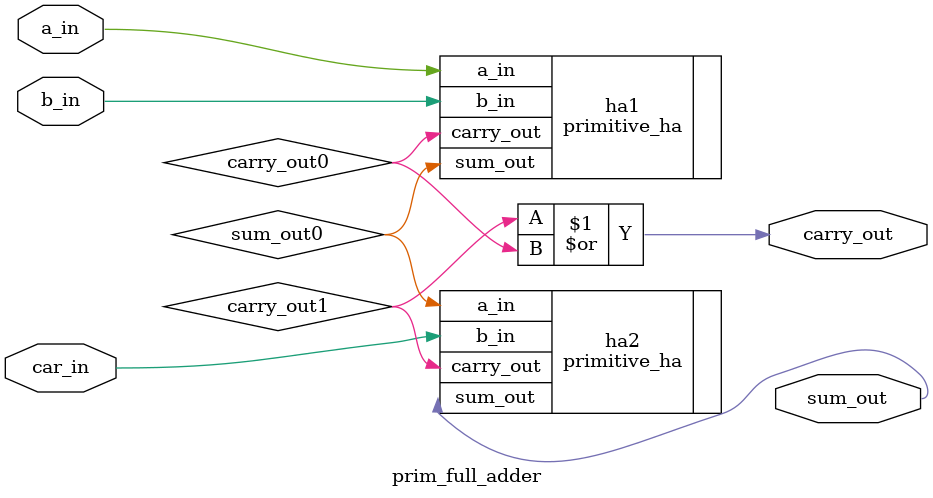
<source format=v>
`timescale 1ns / 1ps


module prim_full_adder(
                      input a_in,b_in,car_in,
                      output sum_out,
                      output carry_out
                      );
     wire sum_out0,carry_out1,carry_out0;
     
     primitive_ha ha1(
     .a_in(a_in),
     .b_in(b_in),
     .sum_out(sum_out0),
     .carry_out(carry_out0) );
                     
     primitive_ha ha2(
     .a_in(sum_out0),
     .b_in(car_in),
     .sum_out(sum_out),
     .carry_out(carry_out1));  
     
     or u1 ( carry_out,carry_out1,carry_out0);           
                                       
endmodule

</source>
